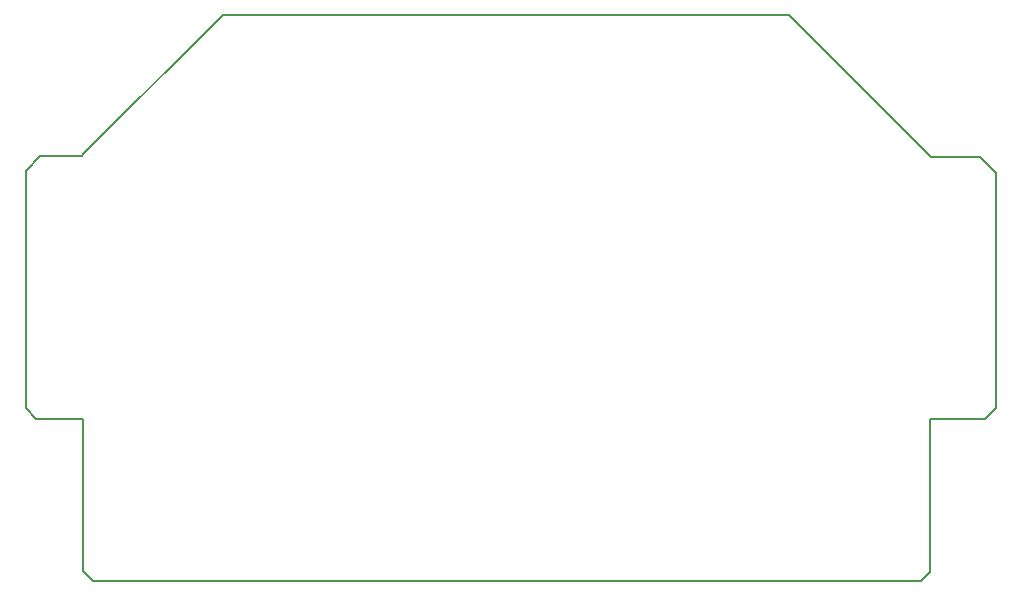
<source format=gbr>
G04 #@! TF.FileFunction,Profile,NP*
%FSLAX46Y46*%
G04 Gerber Fmt 4.6, Leading zero omitted, Abs format (unit mm)*
G04 Created by KiCad (PCBNEW 4.0.2+e4-6225~38~ubuntu15.10.1-stable) date mié 18 may 2016 16:41:09 CEST*
%MOMM*%
G01*
G04 APERTURE LIST*
%ADD10C,0.100000*%
%ADD11C,0.200000*%
G04 APERTURE END LIST*
D10*
D11*
X110650000Y-61950000D02*
X158600000Y-61950000D01*
X170650000Y-74000000D02*
X158600000Y-61950000D01*
X98750000Y-73850000D02*
X110650000Y-61950000D01*
X94850000Y-96150000D02*
X95150000Y-96150000D01*
X95200000Y-73900000D02*
X95500000Y-73900000D01*
X176100000Y-75350000D02*
X176100000Y-76100000D01*
X174750000Y-74000000D02*
X176100000Y-75350000D01*
X170650000Y-74000000D02*
X174750000Y-74000000D01*
X95500000Y-73900000D02*
X98750000Y-73900000D01*
X93950000Y-75150000D02*
X95200000Y-73900000D01*
X93950000Y-95250000D02*
X93950000Y-75150000D01*
X94850000Y-96150000D02*
X93950000Y-95250000D01*
X98850000Y-96150000D02*
X95150000Y-96150000D01*
X98850000Y-109050000D02*
X98850000Y-96150000D01*
X99650000Y-109850000D02*
X98850000Y-109050000D01*
X169800000Y-109850000D02*
X99650000Y-109850000D01*
X170550000Y-109100000D02*
X169800000Y-109850000D01*
X170550000Y-96150000D02*
X170550000Y-109100000D01*
X175150000Y-96150000D02*
X170550000Y-96150000D01*
X176100000Y-95200000D02*
X175150000Y-96150000D01*
X176100000Y-75850000D02*
X176100000Y-95200000D01*
M02*

</source>
